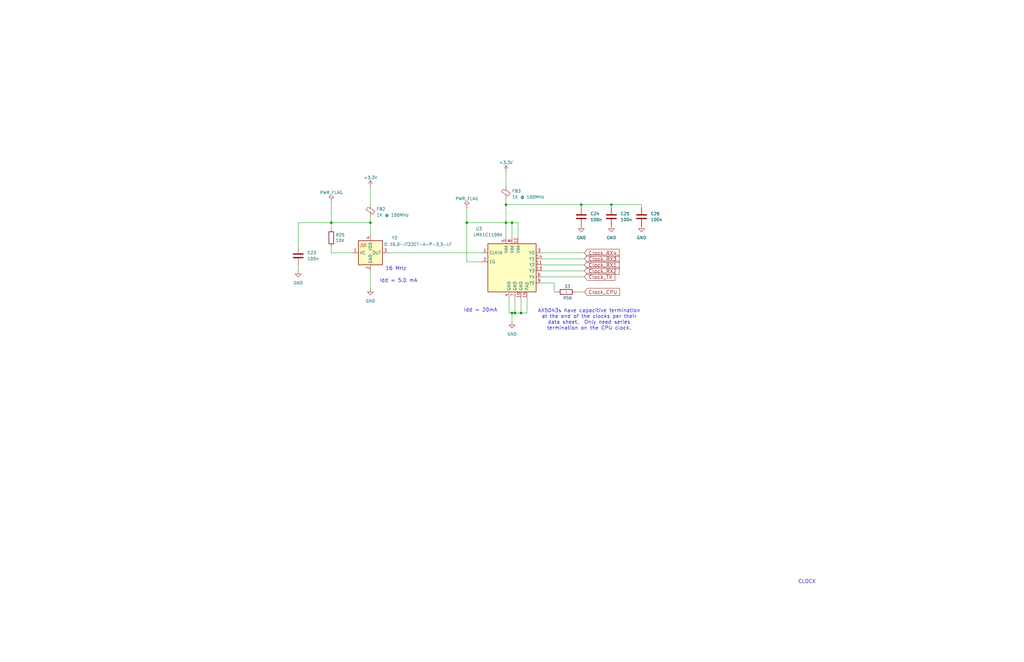
<source format=kicad_sch>
(kicad_sch (version 20250114) (generator "eeschema") (generator_version "9.0")
  (paper "USLedger")
  (title_block (title "Radiation Tolerant PacSat Communication") (date "2023-06-17") (rev "A") (company "AMSAT-NA") (comment 1 "N5BRG"))
  (lib_symbols
    (symbol "Device:C" (pin_numbers (hide yes)) (pin_names (offset 0.254))
      (property "Reference" "C" (at 0.635 2.54 0))
      (property "Value" "C" (at 0.635 -2.54 0))
      (symbol "C_0_1"
        (polyline (pts (xy -2.032 0.762) (xy 2.032 0.762)) (stroke (width 0.508)))
        (polyline (pts (xy -2.032 -0.762) (xy 2.032 -0.762)) (stroke (width 0.508)))
      )
      (symbol "C_1_1"
        (pin passive line (at 0 3.81 270) (length 2.794) (name "~") (number "1"))
        (pin passive line (at 0 -3.81 90) (length 2.794) (name "~") (number "2"))
      )
    )
    (symbol "Device:FerriteBead_Small" (pin_numbers (hide yes)) (pin_names (offset 0))
      (property "Reference" "FB" (at 1.905 1.27 0))
      (property "Value" "FerriteBead_Small" (at 1.905 -1.27 0))
      (symbol "FerriteBead_Small_0_1"
        (polyline (pts (xy -1.8288 0.2794) (xy -1.1176 1.4986) (xy 1.8288 -0.2032) (xy 1.1176 -1.4224) (xy -1.8288 0.2794)))
        (polyline (pts (xy 0 0.889) (xy 0 1.2954)))
        (polyline (pts (xy 0 -1.27) (xy 0 -0.7874)))
      )
      (symbol "FerriteBead_Small_1_1"
        (pin passive line (at 0 2.54 270) (length 1.27) (name "~") (number "1"))
        (pin passive line (at 0 -2.54 90) (length 1.27) (name "~") (number "2"))
      )
    )
    (symbol "Device:R" (pin_numbers (hide yes)) (pin_names (offset 0))
      (property "Reference" "R" (at 2.032 0 90))
      (property "Value" "R" (at 0 0 90))
      (symbol "R_0_1"
        (rectangle (start -1.016 -2.54) (end 1.016 2.54) (stroke (width 0.254)))
      )
      (symbol "R_1_1"
        (pin passive line (at 0 3.81 270) (length 1.27) (name "~") (number "1"))
        (pin passive line (at 0 -3.81 90) (length 1.27) (name "~") (number "2"))
      )
    )
    (symbol "Oscillator:FT5HV"
      (property "Reference" "Y" (at 5.08 11.43 0))
      (property "Value" "FT5HV" (at 6.35 8.89 0))
      (symbol "FT5HV_0_1"
        (rectangle (start -5.08 5.08) (end 5.08 -5.08) (stroke (width 0.254)) (fill (type background)))
        (polyline (pts (xy -4.445 2.54) (xy -3.81 2.54) (xy -3.81 3.81) (xy -3.175 3.81) (xy -3.175 2.54) (xy -2.54 2.54) (xy -2.54 3.81) (xy -1.905 3.81) (xy -1.905 2.54)))
      )
      (symbol "FT5HV_1_1"
        (pin input line (at -7.62 0 0) (length 2.54) (name "VC") (number "1"))
        (pin power_in line (at 0 7.62 270) (length 2.54) (name "VDD") (number "4"))
        (pin power_in line (at 0 -7.62 90) (length 2.54) (name "GND") (number "2"))
        (pin output line (at 7.62 0 180) (length 2.54) (name "OUT") (number "3"))
      )
    )
    (symbol "PACSAT_ICs:LMK1C1106A"
      (property "Reference" "U652" (at -13.97 16.51 0))
      (property "Value" "LMK1C1106A" (at -10.16 13.97 0))
      (symbol "LMK1C1106A_0_0"
        (pin input line (at -12.7 6.35 0) (length 2.54) (name "CLKIN") (number "1"))
        (pin input line (at -12.7 2.54 0) (length 2.54) (name "1G") (number "2"))
        (pin power_in line (at -2.54 12.7 270) (length 2.54) (name "Vdd") (number "5"))
        (pin power_in line (at -1.27 -12.7 90) (length 2.54) (name "GND") (number "4"))
        (pin power_in line (at 0 12.7 270) (length 2.54) (name "Vdd") (number "8"))
        (pin power_in line (at 1.27 -12.7 90) (length 2.54) (name "GND") (number "7"))
        (pin power_in line (at 2.54 12.7 270) (length 2.54) (name "Vdd") (number "12"))
        (pin power_in line (at 3.81 -12.7 90) (length 2.54) (name "GND") (number "10"))
        (pin output line (at 12.7 6.35 180) (length 2.54) (name "YO") (number "3"))
        (pin output line (at 12.7 3.81 180) (length 2.54) (name "Y1") (number "14"))
        (pin output line (at 12.7 1.27 180) (length 2.54) (name "Y2") (number "11"))
        (pin output line (at 12.7 -1.27 180) (length 2.54) (name "Y3") (number "13"))
        (pin output line (at 12.7 -3.81 180) (length 2.54) (name "Y4") (number "6"))
        (pin output line (at 12.7 -6.35 180) (length 2.54) (name "Y5") (number "9"))
      )
      (symbol "LMK1C1106A_0_1"
        (rectangle (start -10.16 10.16) (end 10.16 -10.16) (stroke (width 0.254)) (fill (type background)))
      )
      (symbol "LMK1C1106A_1_1"
        (pin power_in line (at 6.35 -12.7 90) (length 2.54) (name "PAD") (number "15"))
      )
    )
    (symbol "power:+3.3V" (power) (pin_numbers (hide yes)) (pin_names (offset 0) (hide yes))
      (property "Value" "+3.3V" (at 0 3.556 0))
      (symbol "+3.3V_0_1"
        (polyline (pts (xy -0.762 1.27) (xy 0 2.54)))
        (polyline (pts (xy 0 2.54) (xy 0.762 1.27)))
        (polyline (pts (xy 0 0) (xy 0 2.54)))
      )
      (symbol "+3.3V_1_1"
        (pin power_in line (at 0 0 90) (length 0) (name "~") (number "1"))
      )
    )
    (symbol "power:GND" (power) (pin_numbers (hide yes)) (pin_names (offset 0) (hide yes))
      (property "Value" "GND" (at 0 -3.81 0))
      (symbol "GND_0_1"
        (polyline (pts (xy 0 0) (xy 0 -1.27) (xy 1.27 -1.27) (xy 0 -2.54) (xy -1.27 -1.27) (xy 0 -1.27)))
      )
      (symbol "GND_1_1"
        (pin power_in line (at 0 0 270) (length 0) (name "~") (number "1"))
      )
    )
    (symbol "power:PWR_FLAG" (power) (pin_numbers (hide yes)) (pin_names (offset 0) (hide yes))
      (property "Value" "PWR_FLAG" (at 0 3.81 0))
      (symbol "PWR_FLAG_0_0"
        (pin power_out line (at 0 0 90) (length 0) (name "~") (number "1"))
      )
      (symbol "PWR_FLAG_0_1"
        (polyline (pts (xy 0 0) (xy 0 1.27) (xy -1.016 1.905) (xy 0 2.54) (xy 1.016 1.905) (xy 0 1.27)))
      )
    )
  )
  (text "CLOCK" (at 336.55 246.38 0) (effects (font (size 1.524 1.524)) (justify left bottom)))
  (text "AX5043s have capacitive termination\nat the end of the clocks per their\ndata sheet.  Only need series\ntermination on the CPU clock." (at 248.412 134.874 0) (effects (font (size 1.524 1.524))))
  (text "16 MHz" (at 162.56 114.3 0) (effects (font (size 1.524 1.524)) (justify left bottom)))
  (text "Idd = 20mA" (at 195.58 131.826 0) (effects (font (size 1.524 1.524)) (justify left bottom)))
  (text "Idd = 5.0 mA" (at 160.02 119.38 0) (effects (font (size 1.524 1.524)) (justify left bottom)))
  (junction (at 196.85 93.98))
  (junction (at 245.11 86.36))
  (junction (at 139.7 93.98))
  (junction (at 219.71 132.08))
  (junction (at 217.17 132.08))
  (junction (at 215.9 132.08))
  (junction (at 213.36 86.36))
  (junction (at 156.21 93.98))
  (junction (at 213.36 93.98))
  (junction (at 257.81 86.36))
  (junction (at 215.9 93.98))
  (wire (pts (xy 215.9 132.08) (xy 217.17 132.08)))
  (wire (pts (xy 156.21 114.3) (xy 156.21 121.92)))
  (wire (pts (xy 228.6 114.3) (xy 246.38 114.3)))
  (wire (pts (xy 139.7 93.98) (xy 139.7 96.52)))
  (wire (pts (xy 233.68 119.38) (xy 228.6 119.38)))
  (wire (pts (xy 163.83 106.68) (xy 203.2 106.68)))
  (wire (pts (xy 156.21 78.74) (xy 156.21 86.36)))
  (wire (pts (xy 214.63 132.08) (xy 215.9 132.08)))
  (wire (pts (xy 219.71 132.08) (xy 217.17 132.08)))
  (wire (pts (xy 219.71 125.73) (xy 219.71 132.08)))
  (wire (pts (xy 156.21 91.44) (xy 156.21 93.98)))
  (wire (pts (xy 139.7 106.68) (xy 148.59 106.68)))
  (wire (pts (xy 245.11 87.63) (xy 245.11 86.36)))
  (wire (pts (xy 242.57 123.19) (xy 246.38 123.19)))
  (wire (pts (xy 228.6 106.68) (xy 246.38 106.68)))
  (wire (pts (xy 156.21 93.98) (xy 156.21 99.06)))
  (wire (pts (xy 257.81 87.63) (xy 257.81 86.36)))
  (wire (pts (xy 228.6 111.76) (xy 246.38 111.76)))
  (wire (pts (xy 125.73 93.98) (xy 139.7 93.98)))
  (wire (pts (xy 215.9 93.98) (xy 218.44 93.98)))
  (wire (pts (xy 218.44 93.98) (xy 218.44 100.33)))
  (wire (pts (xy 125.73 111.76) (xy 125.73 114.3)))
  (wire (pts (xy 196.85 110.49) (xy 196.85 93.98)))
  (wire (pts (xy 219.71 132.08) (xy 222.25 132.08)))
  (wire (pts (xy 245.11 86.36) (xy 213.36 86.36)))
  (wire (pts (xy 213.36 72.39) (xy 213.36 78.74)))
  (wire (pts (xy 139.7 93.98) (xy 156.21 93.98)))
  (wire (pts (xy 233.68 123.19) (xy 234.95 123.19)))
  (wire (pts (xy 215.9 132.08) (xy 215.9 135.89)))
  (wire (pts (xy 196.85 87.63) (xy 196.85 93.98)))
  (wire (pts (xy 213.36 83.82) (xy 213.36 86.36)))
  (wire (pts (xy 257.81 86.36) (xy 270.51 86.36)))
  (wire (pts (xy 213.36 93.98) (xy 213.36 100.33)))
  (wire (pts (xy 139.7 104.14) (xy 139.7 106.68)))
  (wire (pts (xy 203.2 110.49) (xy 196.85 110.49)))
  (wire (pts (xy 233.68 123.19) (xy 233.68 119.38)))
  (wire (pts (xy 213.36 86.36) (xy 213.36 93.98)))
  (wire (pts (xy 228.6 109.22) (xy 246.38 109.22)))
  (wire (pts (xy 139.7 85.09) (xy 139.7 93.98)))
  (wire (pts (xy 217.17 125.73) (xy 217.17 132.08)))
  (wire (pts (xy 196.85 93.98) (xy 213.36 93.98)))
  (wire (pts (xy 245.11 86.36) (xy 257.81 86.36)))
  (wire (pts (xy 270.51 87.63) (xy 270.51 86.36)))
  (wire (pts (xy 228.6 116.84) (xy 246.38 116.84)))
  (wire (pts (xy 125.73 93.98) (xy 125.73 104.14)))
  (wire (pts (xy 215.9 93.98) (xy 215.9 100.33)))
  (wire (pts (xy 214.63 125.73) (xy 214.63 132.08)))
  (wire (pts (xy 213.36 93.98) (xy 215.9 93.98)))
  (wire (pts (xy 222.25 125.73) (xy 222.25 132.08)))
  (global_label "Clock_TX" (shape input) (at 246.38 116.84 0) (effects (font (size 1.524 1.524))) (property "Intersheetrefs" "${INTERSHEET_REFS}" (effects (hide yes))))
  (global_label "Clock_RX2" (shape input) (at 246.38 114.3 0) (effects (font (size 1.524 1.524))) (property "Intersheetrefs" "${INTERSHEET_REFS}" (effects (hide yes))))
  (global_label "Clock_RX4" (shape input) (at 246.38 106.68 0) (effects (font (size 1.524 1.524))) (property "Intersheetrefs" "${INTERSHEET_REFS}" (effects (hide yes))))
  (global_label "Clock_RX3" (shape input) (at 246.38 109.22 0) (effects (font (size 1.524 1.524))) (property "Intersheetrefs" "${INTERSHEET_REFS}" (effects (hide yes))))
  (global_label "Clock_RX1" (shape input) (at 246.38 111.76 0) (effects (font (size 1.524 1.524))) (property "Intersheetrefs" "${INTERSHEET_REFS}" (effects (hide yes))))
  (global_label "Clock_CPU" (shape input) (at 246.38 123.19 0) (effects (font (size 1.524 1.524))) (property "Intersheetrefs" "${INTERSHEET_REFS}" (effects (hide yes))))
  (symbol (lib_id "Device:C") (at 245.11 91.44 0) (unit 1)
    (property "Reference" "C24" (at 248.92 90.1699 0) (effects (justify left)))
    (property "Value" "100n" (at 248.92 92.7099 0) (effects (justify left)))
    (property "Footprint" "Capacitor_SMD:C_0402_1005Metric_Pad0.74x0.62mm_HandSolder" (effects (hide yes)))
  )
  (symbol (lib_id "power:GND") (at 215.9 135.89 0) (unit 1)
    (property "Reference" "#PWR055" (effects (hide yes)))
    (property "Value" "GND" (at 215.9 140.97 0))
  )
  (symbol (lib_id "power:+3.3V") (at 156.21 78.74 0) (unit 1)
    (property "Reference" "#PWR052" (effects (hide yes)))
    (property "Value" "+3.3V" (at 156.21 74.93 0))
  )
  (symbol (lib_id "Device:FerriteBead_Small") (at 156.21 88.9 0) (unit 1)
    (property "Reference" "FB2" (at 158.75 88.2269 0) (effects (justify left)))
    (property "Value" "1K @ 100MHz" (at 158.75 90.7669 0) (effects (justify left)))
    (property "Footprint" "Resistor_SMD:R_0603_1608Metric_Pad0.98x0.95mm_HandSolder" (effects (hide yes)))
    (property "Description" "FerriteBead_Small" (effects (hide yes)))
  )
  (symbol (lib_id "power:GND") (at 270.51 95.25 0) (unit 1)
    (property "Reference" "#PWR058" (effects (hide yes)))
    (property "Value" "GND" (at 270.51 100.33 0))
  )
  (symbol (lib_id "power:GND") (at 257.81 95.25 0) (unit 1)
    (property "Reference" "#PWR057" (effects (hide yes)))
    (property "Value" "GND" (at 257.81 100.33 0))
  )
  (symbol (lib_id "power:PWR_FLAG") (at 196.85 87.63 0) (unit 1)
    (property "Reference" "#FLG03" (effects (hide yes)))
    (property "Value" "PWR_FLAG" (at 196.85 83.82 0))
  )
  (symbol (lib_id "Device:R") (at 238.76 123.19 90) (unit 1)
    (property "Reference" "R56" (at 241.3 125.73 90) (effects (justify left)))
    (property "Value" "33" (at 240.538 120.904 90) (effects (justify left)))
    (property "Footprint" "Resistor_SMD:R_0402_1005Metric_Pad0.72x0.64mm_HandSolder" (effects (hide yes)))
    (property "Datasheet" "~" (at 238.76 123.19 0))
  )
  (symbol (lib_id "power:PWR_FLAG") (at 139.7 85.09 0) (unit 1)
    (property "Reference" "#FLG02" (effects (hide yes)))
    (property "Value" "PWR_FLAG" (at 139.7 81.28 0))
  )
  (symbol (lib_id "power:+3.3V") (at 213.36 72.39 0) (unit 1)
    (property "Reference" "#PWR054" (effects (hide yes)))
    (property "Value" "+3.3V" (at 213.36 68.58 0))
  )
  (symbol (lib_id "Device:R") (at 139.7 100.33 0) (unit 1)
    (property "Reference" "R25" (at 141.478 99.1616 0) (effects (justify left)))
    (property "Value" "10K" (at 141.478 101.473 0) (effects (justify left)))
    (property "Footprint" "Resistor_SMD:R_0402_1005Metric_Pad0.72x0.64mm_HandSolder" (effects (hide yes)))
  )
  (symbol (lib_id "power:GND") (at 245.11 95.25 0) (unit 1)
    (property "Reference" "#PWR056" (effects (hide yes)))
    (property "Value" "GND" (at 245.11 100.33 0))
  )
  (symbol (lib_id "Device:C") (at 125.73 107.95 0) (unit 1)
    (property "Reference" "C23" (at 129.54 106.6799 0) (effects (justify left)))
    (property "Value" "100n" (at 129.54 109.2199 0) (effects (justify left)))
    (property "Footprint" "Capacitor_SMD:C_0402_1005Metric_Pad0.74x0.62mm_HandSolder" (effects (hide yes)))
  )
  (symbol (lib_id "Oscillator:FT5HV") (at 156.21 106.68 0) (unit 1)
    (property "Reference" "Y2" (at 166.37 100.33 0))
    (property "Value" "O 16,0-JT22CT-A-P-3,3-LF" (at 176.276 103.124 0))
    (property "Footprint" "Oscillator:Oscillator_SMD_SiT_PQFN-4Pin_2.5x2.0mm" (effects (hide yes)))
  )
  (symbol (lib_id "Device:FerriteBead_Small") (at 213.36 81.28 0) (unit 1)
    (property "Reference" "FB3" (at 215.9 80.6069 0) (effects (justify left)))
    (property "Value" "1K @ 100MHz" (at 215.9 83.1469 0) (effects (justify left)))
    (property "Footprint" "Resistor_SMD:R_0603_1608Metric_Pad0.98x0.95mm_HandSolder" (effects (hide yes)))
    (property "Description" "FerriteBead_Small" (effects (hide yes)))
  )
  (symbol (lib_id "power:GND") (at 156.21 121.92 0) (unit 1)
    (property "Reference" "#PWR053" (effects (hide yes)))
    (property "Value" "GND" (at 156.21 127 0))
  )
  (symbol (lib_id "Device:C") (at 257.81 91.44 0) (unit 1)
    (property "Reference" "C25" (at 261.62 90.1699 0) (effects (justify left)))
    (property "Value" "100n" (at 261.62 92.7099 0) (effects (justify left)))
    (property "Footprint" "Capacitor_SMD:C_0402_1005Metric_Pad0.74x0.62mm_HandSolder" (effects (hide yes)))
  )
  (symbol (lib_id "PACSAT_ICs:LMK1C1106A") (at 215.9 113.03 0) (unit 1)
    (property "Reference" "U3" (at 201.93 96.52 0))
    (property "Value" "LMK1C1106A" (at 205.74 99.06 0))
    (property "Footprint" "Package_SO:Texas_HTSSOP-14-1EP_4.4x5mm_P0.65mm_EP3.4x5mm_Mask3.155x3.255mm" (effects (hide yes)))
    (property "Datasheet" "https://www.ti.com/lit/ds/symlink/cdclvc1106.pdf?ts=1677547349892&ref_url=https%253A%252F%252Fwww.ti.com%252Fsitesearch%252Fen-us%252Fdocs%252Funiversalsearch.tsp%253FlangPref%253Den-US%2526searchTerm%253DCDCLVC1106%2526nr%253D39" (effects (hide yes)))
  )
  (symbol (lib_id "Device:C") (at 270.51 91.44 0) (unit 1)
    (property "Reference" "C26" (at 274.32 90.1699 0) (effects (justify left)))
    (property "Value" "100n" (at 274.32 92.7099 0) (effects (justify left)))
    (property "Footprint" "Capacitor_SMD:C_0402_1005Metric_Pad0.74x0.62mm_HandSolder" (effects (hide yes)))
  )
  (symbol (lib_id "power:GND") (at 125.73 114.3 0) (unit 1)
    (property "Reference" "#PWR051" (effects (hide yes)))
    (property "Value" "GND" (at 125.73 119.38 0))
  )
)
</source>
